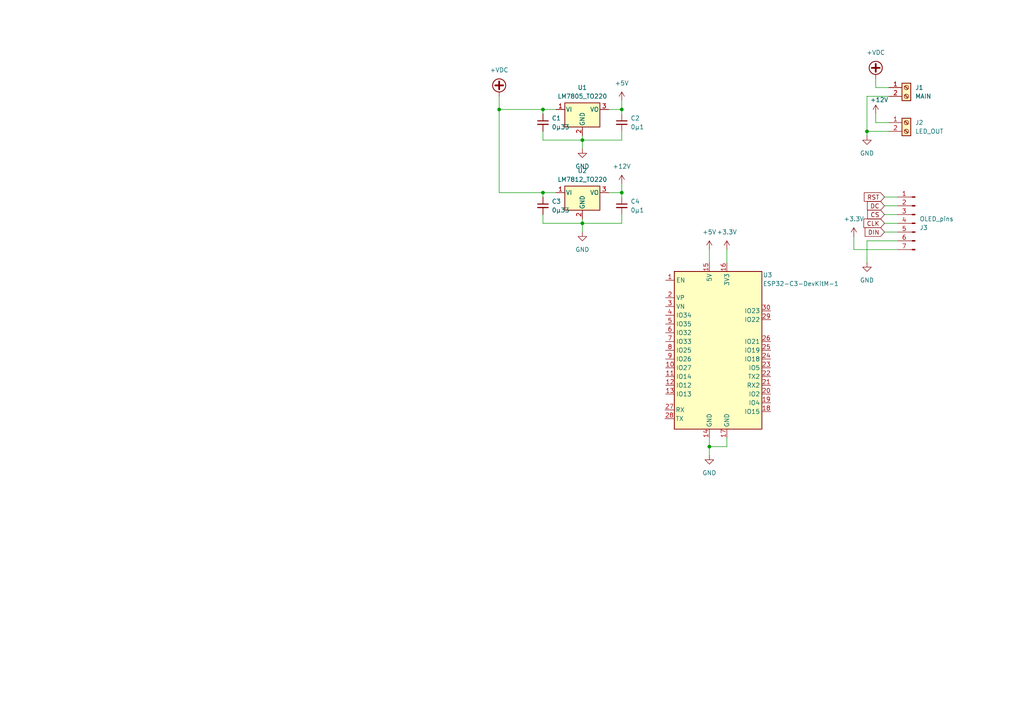
<source format=kicad_sch>
(kicad_sch (version 20231120) (generator "eeschema") (generator_version "8.0")
  (paper "A4")
  (lib_symbols
    (symbol "Connector:Conn_01x07_Pin" (pin_names (offset 1.016) hide)
      (property "Reference" "J" (at 0 10.16 0))
      (property "Value" "Conn_01x07_Pin" (at 0 -10.16 0))
      (symbol "Conn_01x07_Pin_1_1"
        (polyline (pts (xy 1.27 -7.62) (xy 0.8636 -7.62)) (stroke (width 0.1524)))
        (polyline (pts (xy 1.27 -5.08) (xy 0.8636 -5.08)) (stroke (width 0.1524)))
        (polyline (pts (xy 1.27 -2.54) (xy 0.8636 -2.54)) (stroke (width 0.1524)))
        (polyline (pts (xy 1.27 0) (xy 0.8636 0)) (stroke (width 0.1524)))
        (polyline (pts (xy 1.27 2.54) (xy 0.8636 2.54)) (stroke (width 0.1524)))
        (polyline (pts (xy 1.27 5.08) (xy 0.8636 5.08)) (stroke (width 0.1524)))
        (polyline (pts (xy 1.27 7.62) (xy 0.8636 7.62)) (stroke (width 0.1524)))
        (rectangle (start 0.8636 -7.493) (end 0 -7.747) (stroke (width 0.1524)) (fill (type outline)))
        (rectangle (start 0.8636 -4.953) (end 0 -5.207) (stroke (width 0.1524)) (fill (type outline)))
        (rectangle (start 0.8636 -2.413) (end 0 -2.667) (stroke (width 0.1524)) (fill (type outline)))
        (rectangle (start 0.8636 0.127) (end 0 -0.127) (stroke (width 0.1524)) (fill (type outline)))
        (rectangle (start 0.8636 2.667) (end 0 2.413) (stroke (width 0.1524)) (fill (type outline)))
        (rectangle (start 0.8636 5.207) (end 0 4.953) (stroke (width 0.1524)) (fill (type outline)))
        (rectangle (start 0.8636 7.747) (end 0 7.493) (stroke (width 0.1524)) (fill (type outline)))
        (pin passive line (at 5.08 7.62 180) (length 3.81) (name "Pin_1") (number "1"))
        (pin passive line (at 5.08 5.08 180) (length 3.81) (name "Pin_2") (number "2"))
        (pin passive line (at 5.08 2.54 180) (length 3.81) (name "Pin_3") (number "3"))
        (pin passive line (at 5.08 0 180) (length 3.81) (name "Pin_4") (number "4"))
        (pin passive line (at 5.08 -2.54 180) (length 3.81) (name "Pin_5") (number "5"))
        (pin passive line (at 5.08 -5.08 180) (length 3.81) (name "Pin_6") (number "6"))
        (pin passive line (at 5.08 -7.62 180) (length 3.81) (name "Pin_7") (number "7"))
      )
    )
    (symbol "Connector:Screw_Terminal_01x02" (pin_names (offset 1.016) hide)
      (property "Reference" "J" (at 0 2.54 0))
      (property "Value" "Screw_Terminal_01x02" (at 0 -5.08 0))
      (symbol "Screw_Terminal_01x02_1_1"
        (rectangle (start -1.27 1.27) (end 1.27 -3.81) (stroke (width 0.254)) (fill (type background)))
        (circle (center 0 -2.54) (radius 0.635) (stroke (width 0.1524)))
        (polyline (pts (xy -0.5334 -2.2098) (xy 0.3302 -3.048)) (stroke (width 0.1524)))
        (polyline (pts (xy -0.5334 0.3302) (xy 0.3302 -0.508)) (stroke (width 0.1524)))
        (polyline (pts (xy -0.3556 -2.032) (xy 0.508 -2.8702)) (stroke (width 0.1524)))
        (polyline (pts (xy -0.3556 0.508) (xy 0.508 -0.3302)) (stroke (width 0.1524)))
        (circle (center 0 0) (radius 0.635) (stroke (width 0.1524)))
        (pin passive line (at -5.08 0 0) (length 3.81) (name "Pin_1") (number "1"))
        (pin passive line (at -5.08 -2.54 0) (length 3.81) (name "Pin_2") (number "2"))
      )
    )
    (symbol "Device:C_Small" (pin_numbers hide) (pin_names (offset 0.254) hide)
      (property "Reference" "C" (at 0.254 1.778 0))
      (property "Value" "C_Small" (at 0.254 -2.032 0))
      (symbol "C_Small_0_1"
        (polyline (pts (xy -1.524 -0.508) (xy 1.524 -0.508)) (stroke (width 0.3302)))
        (polyline (pts (xy -1.524 0.508) (xy 1.524 0.508)) (stroke (width 0.3048)))
      )
      (symbol "C_Small_1_1"
        (pin passive line (at 0 2.54 270) (length 2.032) (name "~") (number "1"))
        (pin passive line (at 0 -2.54 90) (length 2.032) (name "~") (number "2"))
      )
    )
    (symbol "RF_Module:ESP32-C3-DevKitM-1"
      (property "Reference" "U3" (at 11.938 21.844 0))
      (property "Value" "ESP32-C3-DevKitM-1" (at 11.938 19.304 0))
      (symbol "ESP32-C3-DevKitM-1_1_1"
        (rectangle (start -12.7 22.86) (end 12.7 -22.86) (stroke (width 0.254)) (fill (type background)))
        (pin bidirectional line (at -15.24 20.32 0) (length 2.54) (name "EN") (number "1"))
        (pin bidirectional line (at -15.24 -5.08 0) (length 2.54) (name "IO27") (number "10"))
        (pin bidirectional line (at -15.24 -7.62 0) (length 2.54) (name "IO14") (number "11"))
        (pin bidirectional line (at -15.24 -10.16 0) (length 2.54) (name "IO12") (number "12"))
        (pin bidirectional line (at -15.24 -12.7 0) (length 2.54) (name "IO13") (number "13"))
        (pin power_in line (at -2.54 -25.4 90) (length 2.54) (name "GND") (number "14"))
        (pin passive line (at -2.54 25.4 270) (length 2.54) (name "5V") (number "15"))
        (pin power_out line (at 2.54 25.4 270) (length 2.54) (name "3V3") (number "16"))
        (pin power_in line (at 2.54 -25.4 90) (length 2.54) (name "GND") (number "17"))
        (pin bidirectional line (at 15.24 -17.78 180) (length 2.54) (name "IO15") (number "18"))
        (pin bidirectional line (at 15.24 -15.24 180) (length 2.54) (name "IO4") (number "19"))
        (pin bidirectional line (at -15.24 15.24 0) (length 2.54) (name "VP") (number "2"))
        (pin bidirectional line (at 15.24 -12.7 180) (length 2.54) (name "IO2") (number "20"))
        (pin bidirectional line (at 15.24 -10.16 180) (length 2.54) (name "RX2") (number "21"))
        (pin bidirectional line (at 15.24 -7.62 180) (length 2.54) (name "TX2") (number "22"))
        (pin bidirectional line (at 15.24 -5.08 180) (length 2.54) (name "IO5") (number "23"))
        (pin bidirectional line (at 15.24 -2.54 180) (length 2.54) (name "IO18") (number "24"))
        (pin bidirectional line (at 15.24 0 180) (length 2.54) (name "IO19") (number "25"))
        (pin bidirectional line (at 15.24 2.54 180) (length 2.54) (name "IO21") (number "26"))
        (pin input line (at -15.4034 -17.2981 0) (length 2.54) (name "RX") (number "27"))
        (pin output line (at -15.4034 -19.8381 0) (length 2.54) (name "TX") (number "28"))
        (pin bidirectional line (at 15.24 8.89 180) (length 2.54) (name "IO22") (number "29"))
        (pin bidirectional line (at -15.24 12.7 0) (length 2.54) (name "VN") (number "3"))
        (pin bidirectional line (at 15.24 11.43 180) (length 2.54) (name "IO23") (number "30"))
        (pin bidirectional line (at -15.24 10.16 0) (length 2.54) (name "IO34") (number "4"))
        (pin bidirectional line (at -15.24 7.62 0) (length 2.54) (name "IO35") (number "5"))
        (pin bidirectional line (at -15.24 5.08 0) (length 2.54) (name "IO32") (number "6"))
        (pin bidirectional line (at -15.24 2.54 0) (length 2.54) (name "IO33") (number "7"))
        (pin bidirectional line (at -15.24 0 0) (length 2.54) (name "IO25") (number "8"))
        (pin bidirectional line (at -15.24 -2.54 0) (length 2.54) (name "IO26") (number "9"))
      )
    )
    (symbol "Regulator_Linear:LM7805_TO220" (pin_names (offset 0.254))
      (property "Reference" "U" (at -3.81 3.175 0))
      (property "Value" "LM7805_TO220" (at 0 3.175 0))
      (symbol "LM7805_TO220_0_1"
        (rectangle (start -5.08 1.905) (end 5.08 -5.08) (stroke (width 0.254)) (fill (type background)))
      )
      (symbol "LM7805_TO220_1_1"
        (pin power_in line (at -7.62 0 0) (length 2.54) (name "VI") (number "1"))
        (pin power_in line (at 0 -7.62 90) (length 2.54) (name "GND") (number "2"))
        (pin power_out line (at 7.62 0 180) (length 2.54) (name "VO") (number "3"))
      )
    )
    (symbol "Regulator_Linear:LM7812_TO220" (pin_names (offset 0.254))
      (property "Reference" "U" (at -3.81 3.175 0))
      (property "Value" "LM7812_TO220" (at 0 3.175 0))
      (symbol "LM7812_TO220_0_1"
        (rectangle (start -5.08 1.905) (end 5.08 -5.08) (stroke (width 0.254)) (fill (type background)))
      )
      (symbol "LM7812_TO220_1_1"
        (pin power_in line (at -7.62 0 0) (length 2.54) (name "VI") (number "1"))
        (pin power_in line (at 0 -7.62 90) (length 2.54) (name "GND") (number "2"))
        (pin power_out line (at 7.62 0 180) (length 2.54) (name "VO") (number "3"))
      )
    )
    (symbol "power:+12V" (power) (pin_numbers hide) (pin_names (offset 0) hide)
      (property "Value" "+12V" (at 0 3.556 0))
      (symbol "+12V_0_1"
        (polyline (pts (xy -0.762 1.27) (xy 0 2.54)))
        (polyline (pts (xy 0 0) (xy 0 2.54)))
        (polyline (pts (xy 0 2.54) (xy 0.762 1.27)))
      )
      (symbol "+12V_1_1"
        (pin power_in line (at 0 0 90) (length 0) (name "~") (number "1"))
      )
    )
    (symbol "power:+3.3V" (power) (pin_numbers hide) (pin_names (offset 0) hide)
      (property "Value" "+3.3V" (at 0 3.556 0))
      (symbol "+3.3V_0_1"
        (polyline (pts (xy -0.762 1.27) (xy 0 2.54)))
        (polyline (pts (xy 0 0) (xy 0 2.54)))
        (polyline (pts (xy 0 2.54) (xy 0.762 1.27)))
      )
      (symbol "+3.3V_1_1"
        (pin power_in line (at 0 0 90) (length 0) (name "~") (number "1"))
      )
    )
    (symbol "power:+5V" (power) (pin_numbers hide) (pin_names (offset 0) hide)
      (property "Value" "+5V" (at 0 3.556 0))
      (symbol "+5V_0_1"
        (polyline (pts (xy -0.762 1.27) (xy 0 2.54)))
        (polyline (pts (xy 0 0) (xy 0 2.54)))
        (polyline (pts (xy 0 2.54) (xy 0.762 1.27)))
      )
      (symbol "+5V_1_1"
        (pin power_in line (at 0 0 90) (length 0) (name "~") (number "1"))
      )
    )
    (symbol "power:+VDC" (power) (pin_numbers hide) (pin_names (offset 0) hide)
      (property "Value" "+VDC" (at 0 6.35 0))
      (symbol "+VDC_0_1"
        (polyline (pts (xy -1.143 3.175) (xy 1.143 3.175)) (stroke (width 0.508)))
        (polyline (pts (xy 0 0) (xy 0 1.27)))
        (polyline (pts (xy 0 2.032) (xy 0 4.318)) (stroke (width 0.508)))
        (circle (center 0 3.175) (radius 1.905) (stroke (width 0.254)))
      )
      (symbol "+VDC_1_1"
        (pin power_in line (at 0 0 90) (length 0) (name "~") (number "1"))
      )
    )
    (symbol "power:GND" (power) (pin_numbers hide) (pin_names (offset 0) hide)
      (property "Value" "GND" (at 0 -3.81 0))
      (symbol "GND_0_1"
        (polyline (pts (xy 0 0) (xy 0 -1.27) (xy 1.27 -1.27) (xy 0 -2.54) (xy -1.27 -1.27) (xy 0 -1.27)))
      )
      (symbol "GND_1_1"
        (pin power_in line (at 0 0 270) (length 0) (name "~") (number "1"))
      )
    )
  )
  (junction (at 168.91 64.77))
  (junction (at 180.34 31.75))
  (junction (at 251.46 38.1))
  (junction (at 168.91 40.64))
  (junction (at 180.34 55.88))
  (junction (at 205.74 129.54))
  (junction (at 157.48 55.88))
  (junction (at 157.48 31.75))
  (junction (at 144.78 31.75))
  (wire (pts (xy 157.48 62.23) (xy 157.48 64.77)))
  (wire (pts (xy 205.74 129.54) (xy 205.74 132.08)))
  (wire (pts (xy 254 33.02) (xy 254 35.56)))
  (wire (pts (xy 180.34 33.02) (xy 180.34 31.75)))
  (wire (pts (xy 256.54 59.69) (xy 260.35 59.69)))
  (wire (pts (xy 157.48 55.88) (xy 157.48 57.15)))
  (wire (pts (xy 260.35 69.85) (xy 251.46 69.85)))
  (wire (pts (xy 260.35 72.39) (xy 247.65 72.39)))
  (wire (pts (xy 157.48 40.64) (xy 168.91 40.64)))
  (wire (pts (xy 251.46 38.1) (xy 257.81 38.1)))
  (wire (pts (xy 254 35.56) (xy 257.81 35.56)))
  (wire (pts (xy 210.82 127) (xy 210.82 129.54)))
  (wire (pts (xy 168.91 64.77) (xy 168.91 63.5)))
  (wire (pts (xy 168.91 40.64) (xy 180.34 40.64)))
  (wire (pts (xy 157.48 31.75) (xy 157.48 33.02)))
  (wire (pts (xy 180.34 64.77) (xy 180.34 62.23)))
  (wire (pts (xy 180.34 53.34) (xy 180.34 55.88)))
  (wire (pts (xy 157.48 38.1) (xy 157.48 40.64)))
  (wire (pts (xy 254 22.86) (xy 254 25.4)))
  (wire (pts (xy 157.48 64.77) (xy 168.91 64.77)))
  (wire (pts (xy 168.91 64.77) (xy 168.91 67.31)))
  (wire (pts (xy 144.78 31.75) (xy 157.48 31.75)))
  (wire (pts (xy 144.78 31.75) (xy 144.78 55.88)))
  (wire (pts (xy 157.48 55.88) (xy 161.29 55.88)))
  (wire (pts (xy 180.34 57.15) (xy 180.34 55.88)))
  (wire (pts (xy 168.91 64.77) (xy 180.34 64.77)))
  (wire (pts (xy 144.78 27.94) (xy 144.78 31.75)))
  (wire (pts (xy 180.34 40.64) (xy 180.34 38.1)))
  (wire (pts (xy 180.34 31.75) (xy 176.53 31.75)))
  (wire (pts (xy 256.54 64.77) (xy 260.35 64.77)))
  (wire (pts (xy 168.91 39.37) (xy 168.91 40.64)))
  (wire (pts (xy 144.78 55.88) (xy 157.48 55.88)))
  (wire (pts (xy 180.34 55.88) (xy 176.53 55.88)))
  (wire (pts (xy 256.54 57.15) (xy 260.35 57.15)))
  (wire (pts (xy 205.74 72.39) (xy 205.74 76.2)))
  (wire (pts (xy 251.46 39.37) (xy 251.46 38.1)))
  (wire (pts (xy 210.82 129.54) (xy 205.74 129.54)))
  (wire (pts (xy 251.46 27.94) (xy 257.81 27.94)))
  (wire (pts (xy 180.34 29.21) (xy 180.34 31.75)))
  (wire (pts (xy 247.65 68.58) (xy 247.65 72.39)))
  (wire (pts (xy 251.46 69.85) (xy 251.46 76.2)))
  (wire (pts (xy 157.48 31.75) (xy 161.29 31.75)))
  (wire (pts (xy 256.54 67.31) (xy 260.35 67.31)))
  (wire (pts (xy 254 25.4) (xy 257.81 25.4)))
  (wire (pts (xy 256.54 62.23) (xy 260.35 62.23)))
  (wire (pts (xy 205.74 127) (xy 205.74 129.54)))
  (wire (pts (xy 168.91 40.64) (xy 168.91 43.18)))
  (wire (pts (xy 251.46 38.1) (xy 251.46 27.94)))
  (wire (pts (xy 210.82 72.39) (xy 210.82 76.2)))
  (global_label "DC" (shape input) (at 256.54 59.69 180) (property "Intersheetrefs" "${INTERSHEET_REFS}" (effects (hide yes))))
  (global_label "DIN" (shape input) (at 256.54 67.31 180) (property "Intersheetrefs" "${INTERSHEET_REFS}" (effects (hide yes))))
  (global_label "CLK" (shape input) (at 256.54 64.77 180) (property "Intersheetrefs" "${INTERSHEET_REFS}" (effects (hide yes))))
  (global_label "CS" (shape input) (at 256.54 62.23 180) (property "Intersheetrefs" "${INTERSHEET_REFS}" (effects (hide yes))))
  (global_label "RST" (shape input) (at 256.54 57.15 180) (property "Intersheetrefs" "${INTERSHEET_REFS}" (effects (hide yes))))
  (symbol (lib_id "power:GND") (at 251.46 39.37 0) (unit 1)
    (property "Reference" "#PWR08" (effects (hide yes)))
    (property "Value" "GND" (at 251.46 44.45 0))
    (property "Description" "Power symbol creates a global label with name \"GND\" , ground" (effects (hide yes)))
  )
  (symbol (lib_id "power:GND") (at 168.91 67.31 0) (unit 1)
    (property "Reference" "#PWR05" (effects (hide yes)))
    (property "Value" "GND" (at 168.91 72.39 0))
    (property "Description" "Power symbol creates a global label with name \"GND\" , ground" (effects (hide yes)))
  )
  (symbol (lib_id "Device:C_Small") (at 157.48 35.56 0) (unit 1)
    (property "Reference" "C1" (at 160.02 34.2962 0) (effects (justify left)))
    (property "Value" "0µ33" (at 160.02 36.8362 0) (effects (justify left)))
    (property "Footprint" "Capacitor_THT:C_Disc_D5.0mm_W2.5mm_P5.00mm" (effects (hide yes)))
    (property "Description" "Unpolarized capacitor, small symbol" (effects (hide yes)))
  )
  (symbol (lib_id "Regulator_Linear:LM7812_TO220") (at 168.91 55.88 0) (unit 1)
    (property "Reference" "U2" (at 168.91 49.53 0))
    (property "Value" "LM7812_TO220" (at 168.91 52.07 0))
    (property "Footprint" "Package_TO_SOT_THT:TO-220-3_Vertical" (effects (hide yes)))
    (property "Datasheet" "https://www.onsemi.cn/PowerSolutions/document/MC7800-D.PDF" (effects (hide yes)))
    (property "Description" "Positive 1A 35V Linear Regulator, Fixed Output 12V, TO-220" (effects (hide yes)))
  )
  (symbol (lib_id "power:+3.3V") (at 247.65 68.58 0) (unit 1)
    (property "Reference" "#PWR012" (effects (hide yes)))
    (property "Value" "+3.3V" (at 247.65 63.5 0))
    (property "Description" "Power symbol creates a global label with name \"+3.3V\"" (effects (hide yes)))
  )
  (symbol (lib_id "Connector:Screw_Terminal_01x02") (at 262.89 25.4 0) (unit 1)
    (property "Reference" "J1" (at 265.43 25.3999 0) (effects (justify left)))
    (property "Value" "MAIN" (at 265.43 27.9399 0) (effects (justify left)))
    (property "Footprint" "TerminalBlock:TerminalBlock_MaiXu_MX126-5.0-02P_1x02_P5.00mmTerminalBlock:TerminalBlock_MaiXu_MX126-5.0-02P_1x02_P5.00mm" (effects (hide yes)))
    (property "Description" "Generic screw terminal, single row, 01x02, script generated (kicad-library-utils/schlib/autogen/connector/)" (effects (hide yes)))
  )
  (symbol (lib_id "power:+12V") (at 180.34 53.34 0) (unit 1)
    (property "Reference" "#PWR07" (effects (hide yes)))
    (property "Value" "+12V" (at 180.34 48.26 0))
    (property "Description" "Power symbol creates a global label with name \"+12V\"" (effects (hide yes)))
  )
  (symbol (lib_id "power:GND") (at 205.74 132.08 0) (unit 1)
    (property "Reference" "#PWR011" (effects (hide yes)))
    (property "Value" "GND" (at 205.74 137.16 0))
    (property "Description" "Power symbol creates a global label with name \"GND\" , ground" (effects (hide yes)))
  )
  (symbol (lib_id "Device:C_Small") (at 157.48 59.69 0) (unit 1)
    (property "Reference" "C3" (at 160.02 58.4262 0) (effects (justify left)))
    (property "Value" "0µ33" (at 160.02 60.9662 0) (effects (justify left)))
    (property "Footprint" "Capacitor_THT:C_Disc_D5.0mm_W2.5mm_P5.00mm" (effects (hide yes)))
    (property "Description" "Unpolarized capacitor, small symbol" (effects (hide yes)))
  )
  (symbol (lib_id "power:+12V") (at 254 33.02 0) (unit 1)
    (property "Reference" "#PWR010" (effects (hide yes)))
    (property "Value" "+12V" (at 255.016 28.956 0))
    (property "Description" "Power symbol creates a global label with name \"+12V\"" (effects (hide yes)))
  )
  (symbol (lib_id "power:+VDC") (at 144.78 27.94 0) (unit 1)
    (property "Reference" "#PWR03" (effects (hide yes)))
    (property "Value" "+VDC" (at 144.78 20.32 0))
    (property "Description" "Power symbol creates a global label with name \"+VDC\"" (effects (hide yes)))
  )
  (symbol (lib_id "Device:C_Small") (at 180.34 59.69 0) (unit 1)
    (property "Reference" "C4" (at 182.88 58.4262 0) (effects (justify left)))
    (property "Value" "0µ1" (at 182.88 60.9662 0) (effects (justify left)))
    (property "Footprint" "Capacitor_THT:C_Disc_D5.0mm_W2.5mm_P5.00mm" (effects (hide yes)))
    (property "Description" "Unpolarized capacitor, small symbol" (effects (hide yes)))
  )
  (symbol (lib_id "Connector:Conn_01x07_Pin") (at 265.43 64.77 0) (mirror y) (unit 1)
    (property "Reference" "J3" (at 266.7 66.0401 0) (effects (justify right)))
    (property "Value" "OLED_pins" (at 266.7 63.5001 0) (effects (justify right)))
    (property "Footprint" "Connector_PinHeader_2.54mm:PinHeader_1x07_P2.54mm_Vertical" (effects (hide yes)))
    (property "Description" "Generic connector, single row, 01x07, script generated" (effects (hide yes)))
  )
  (symbol (lib_id "power:GND") (at 251.46 76.2 0) (unit 1)
    (property "Reference" "#PWR013" (effects (hide yes)))
    (property "Value" "GND" (at 251.46 81.28 0))
    (property "Description" "Power symbol creates a global label with name \"GND\" , ground" (effects (hide yes)))
  )
  (symbol (lib_id "power:+3.3V") (at 210.82 72.39 0) (unit 1)
    (property "Reference" "#PWR01" (effects (hide yes)))
    (property "Value" "+3.3V" (at 210.82 67.31 0))
    (property "Description" "Power symbol creates a global label with name \"+3.3V\"" (effects (hide yes)))
  )
  (symbol (lib_id "RF_Module:ESP32-C3-DevKitM-1") (at 208.28 101.6 0) (unit 1)
    (property "Reference" "U3" (at 221.234 79.756 0) (effects (justify left)))
    (property "Value" "ESP32-C3-DevKitM-1" (at 221.234 82.296 0) (effects (justify left)))
    (property "Footprint" "RF_Module:ESP32-C3-DevKitM-1" (effects (hide yes)))
    (property "Datasheet" "https://docs.espressif.com/projects/esp-idf/en/latest/esp32c3/hw-reference/esp32c3/user-guide-devkitm-1.html" (effects (hide yes)))
    (property "Description" "Development board featuring ESP32-C3-MINI-1 module" (effects (hide yes)))
  )
  (symbol (lib_id "power:GND") (at 168.91 43.18 0) (unit 1)
    (property "Reference" "#PWR04" (effects (hide yes)))
    (property "Value" "GND" (at 168.91 48.26 0))
    (property "Description" "Power symbol creates a global label with name \"GND\" , ground" (effects (hide yes)))
  )
  (symbol (lib_id "Device:C_Small") (at 180.34 35.56 0) (unit 1)
    (property "Reference" "C2" (at 182.88 34.2962 0) (effects (justify left)))
    (property "Value" "0µ1" (at 182.88 36.8362 0) (effects (justify left)))
    (property "Footprint" "Capacitor_THT:C_Disc_D5.0mm_W2.5mm_P5.00mm" (effects (hide yes)))
    (property "Description" "Unpolarized capacitor, small symbol" (effects (hide yes)))
  )
  (symbol (lib_id "power:+VDC") (at 254 22.86 0) (unit 1)
    (property "Reference" "#PWR09" (effects (hide yes)))
    (property "Value" "+VDC" (at 254 15.24 0))
    (property "Description" "Power symbol creates a global label with name \"+VDC\"" (effects (hide yes)))
  )
  (symbol (lib_id "power:+5V") (at 205.74 72.39 0) (unit 1)
    (property "Reference" "#PWR02" (effects (hide yes)))
    (property "Value" "+5V" (at 205.74 67.31 0))
    (property "Description" "Power symbol creates a global label with name \"+5V\"" (effects (hide yes)))
  )
  (symbol (lib_id "Connector:Screw_Terminal_01x02") (at 262.89 35.56 0) (unit 1)
    (property "Reference" "J2" (at 265.43 35.5599 0) (effects (justify left)))
    (property "Value" "LED_OUT" (at 265.43 38.0999 0) (effects (justify left)))
    (property "Footprint" "TerminalBlock:TerminalBlock_MaiXu_MX126-5.0-02P_1x02_P5.00mm" (effects (hide yes)))
    (property "Description" "Generic screw terminal, single row, 01x02, script generated (kicad-library-utils/schlib/autogen/connector/)" (effects (hide yes)))
  )
  (symbol (lib_id "Regulator_Linear:LM7805_TO220") (at 168.91 31.75 0) (unit 1)
    (property "Reference" "U1" (at 168.91 25.4 0))
    (property "Value" "LM7805_TO220" (at 168.91 27.94 0))
    (property "Footprint" "Package_TO_SOT_THT:TO-220-3_Vertical" (effects (hide yes)))
    (property "Datasheet" "https://www.onsemi.cn/PowerSolutions/document/MC7800-D.PDF" (effects (hide yes)))
    (property "Description" "Positive 1A 35V Linear Regulator, Fixed Output 5V, TO-220" (effects (hide yes)))
  )
  (symbol (lib_id "power:+5V") (at 180.34 29.21 0) (unit 1)
    (property "Reference" "#PWR06" (effects (hide yes)))
    (property "Value" "+5V" (at 180.34 24.13 0))
    (property "Description" "Power symbol creates a global label with name \"+5V\"" (effects (hide yes)))
  )
)
</source>
